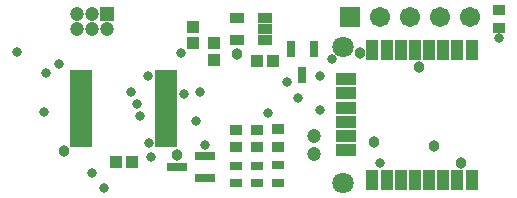
<source format=gts>
G04 Layer_Color=8388736*
%FSLAX25Y25*%
%MOIN*%
G70*
G01*
G75*
%ADD37R,0.03162X0.05328*%
%ADD38R,0.03950X0.04343*%
%ADD39R,0.05131X0.03359*%
%ADD40R,0.04343X0.03950*%
%ADD41R,0.03950X0.03162*%
%ADD42R,0.04343X0.03556*%
%ADD43R,0.06509X0.03162*%
%ADD44R,0.06706X0.03950*%
%ADD45R,0.03950X0.06706*%
%ADD46C,0.07099*%
%ADD47R,0.07690X0.02572*%
%ADD48C,0.04737*%
%ADD49R,0.04737X0.04737*%
%ADD50R,0.06706X0.06706*%
%ADD51C,0.06706*%
%ADD52C,0.03300*%
%ADD53C,0.03800*%
D37*
X844000Y40071D02*
D03*
X840260Y48929D02*
D03*
X847740D02*
D03*
D38*
X828744Y45000D02*
D03*
X834256D02*
D03*
X781844Y11300D02*
D03*
X787356D02*
D03*
D39*
X822276Y51760D02*
D03*
Y59240D02*
D03*
X831724D02*
D03*
Y55500D02*
D03*
Y51760D02*
D03*
D40*
X814500Y50756D02*
D03*
Y45244D02*
D03*
X807500Y56256D02*
D03*
Y50744D02*
D03*
D41*
X828900Y4191D02*
D03*
Y9900D02*
D03*
X835900Y4391D02*
D03*
Y10100D02*
D03*
X822000Y4291D02*
D03*
Y10000D02*
D03*
D42*
X829000Y21998D02*
D03*
Y16093D02*
D03*
X835800Y22098D02*
D03*
Y16193D02*
D03*
X909500Y61953D02*
D03*
Y56047D02*
D03*
X822000Y21998D02*
D03*
Y16093D02*
D03*
D43*
X811626Y5760D02*
D03*
Y13240D02*
D03*
X802374Y9500D02*
D03*
D44*
X858724Y34087D02*
D03*
Y38811D02*
D03*
Y29362D02*
D03*
Y24638D02*
D03*
Y19914D02*
D03*
Y15189D02*
D03*
D45*
X872110Y5347D02*
D03*
X867386D02*
D03*
X876835D02*
D03*
X881559D02*
D03*
X886283D02*
D03*
X891008D02*
D03*
X895732D02*
D03*
X900457D02*
D03*
Y48654D02*
D03*
X895732D02*
D03*
X891008D02*
D03*
X886283D02*
D03*
X881559D02*
D03*
X876835D02*
D03*
X867386D02*
D03*
X872110D02*
D03*
D46*
X857543Y49638D02*
D03*
Y4362D02*
D03*
D47*
X770154Y17500D02*
D03*
Y20059D02*
D03*
Y22618D02*
D03*
Y25177D02*
D03*
Y27736D02*
D03*
Y30295D02*
D03*
Y32854D02*
D03*
Y35413D02*
D03*
Y37973D02*
D03*
Y40532D02*
D03*
X798500D02*
D03*
Y37973D02*
D03*
Y35413D02*
D03*
Y32854D02*
D03*
Y30295D02*
D03*
Y27736D02*
D03*
Y25177D02*
D03*
Y22618D02*
D03*
Y20059D02*
D03*
Y17500D02*
D03*
D48*
X848000Y20000D02*
D03*
Y14000D02*
D03*
X769000Y55500D02*
D03*
Y60500D02*
D03*
X774000Y55500D02*
D03*
Y60500D02*
D03*
X779000Y55500D02*
D03*
D49*
Y60500D02*
D03*
D50*
X860000Y59500D02*
D03*
D51*
X870000D02*
D03*
X880000D02*
D03*
X890000D02*
D03*
X900000D02*
D03*
D52*
X870000Y11000D02*
D03*
X854000Y45500D02*
D03*
X850000Y28500D02*
D03*
X909500Y52500D02*
D03*
X811500Y17000D02*
D03*
X810000Y34500D02*
D03*
X850000Y40000D02*
D03*
X808500Y25000D02*
D03*
X839000Y38000D02*
D03*
X842500Y32500D02*
D03*
X832500Y27500D02*
D03*
X792500Y40000D02*
D03*
X803500Y47500D02*
D03*
X804500Y34000D02*
D03*
X793000Y17500D02*
D03*
X790000Y26500D02*
D03*
X789000Y30500D02*
D03*
X787000Y34500D02*
D03*
X793500Y13000D02*
D03*
X763000Y44000D02*
D03*
X758500Y41000D02*
D03*
X758000Y28000D02*
D03*
X749000Y48000D02*
D03*
X778000Y2500D02*
D03*
X774000Y7500D02*
D03*
D53*
X868000Y18000D02*
D03*
X863227Y47550D02*
D03*
X764500Y15000D02*
D03*
X802374Y13626D02*
D03*
X897000Y11000D02*
D03*
X888000Y16500D02*
D03*
X822276Y47276D02*
D03*
X883000Y43000D02*
D03*
M02*

</source>
